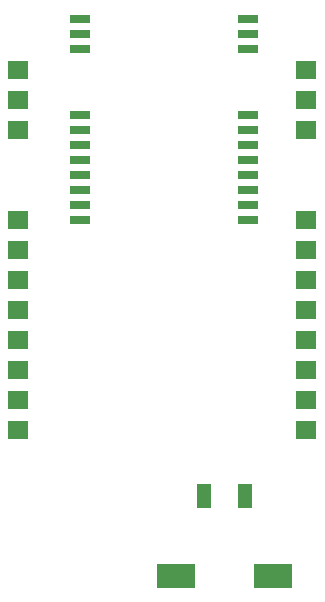
<source format=gbr>
G04 EAGLE Gerber RS-274X export*
G75*
%MOMM*%
%FSLAX34Y34*%
%LPD*%
%INSolderpaste Top*%
%IPPOS*%
%AMOC8*
5,1,8,0,0,1.08239X$1,22.5*%
G01*
%ADD10R,1.800000X1.500000*%
%ADD11R,1.800000X0.780000*%
%ADD12R,3.200000X2.000000*%
%ADD13R,1.270000X2.060000*%


D10*
X17810Y508320D03*
X17810Y482920D03*
X17810Y457520D03*
X17810Y381320D03*
X17810Y355920D03*
X17810Y330520D03*
X17810Y305120D03*
X17810Y279720D03*
X17810Y254320D03*
X17810Y228920D03*
X17810Y203520D03*
X261650Y203520D03*
X261650Y228920D03*
X261650Y254320D03*
X261650Y279720D03*
X261650Y305120D03*
X261650Y330520D03*
X261650Y355920D03*
X261650Y381320D03*
X261650Y457520D03*
X261650Y482920D03*
X261650Y508320D03*
D11*
X69880Y551500D03*
X69880Y538800D03*
X69880Y526100D03*
X69880Y470220D03*
X69880Y457520D03*
X69880Y444820D03*
X69880Y432120D03*
X69880Y419420D03*
X69880Y406720D03*
X69880Y394020D03*
X69880Y381320D03*
X212120Y381320D03*
X212120Y394020D03*
X212120Y406720D03*
X212120Y419420D03*
X212120Y432120D03*
X212120Y444820D03*
X212120Y457520D03*
X212120Y470220D03*
X212120Y526100D03*
X212120Y538800D03*
X212120Y551500D03*
D12*
X151500Y80000D03*
X233500Y80000D03*
D13*
X174950Y147500D03*
X210050Y147500D03*
M02*

</source>
